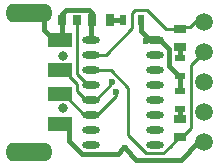
<source format=gtl>
G04*
G04 #@! TF.GenerationSoftware,Altium Limited,Altium Designer,20.0.13 (296)*
G04*
G04 Layer_Physical_Order=1*
G04 Layer_Color=255*
%FSLAX44Y44*%
%MOMM*%
G71*
G01*
G75*
%ADD13C,0.2540*%
%ADD17O,1.5000X0.6000*%
%ADD18R,2.0000X1.2000*%
%ADD19R,0.8000X0.9000*%
%ADD20R,0.7800X0.9800*%
%ADD21R,0.6000X0.9000*%
%ADD22R,0.9800X0.7800*%
%ADD23R,0.9000X0.6000*%
%ADD36C,0.3810*%
%ADD37C,1.5000*%
%ADD38O,4.0000X1.6000*%
%ADD39C,0.8000*%
%ADD40C,0.6000*%
D13*
X1039348Y622922D02*
X1054399Y607870D01*
X1039348Y622922D02*
Y663128D01*
X1054399Y607870D02*
X1069041D01*
X1024296Y678180D02*
X1039348Y663128D01*
X1092320Y682110D02*
X1103630Y693420D01*
X1084310Y621170D02*
X1092320Y629180D01*
X1083310Y621170D02*
X1084310D01*
X1092320Y629180D02*
Y682110D01*
X1069041Y607870D02*
X1074360Y613190D01*
Y613220D01*
X1007720Y678180D02*
X1024296D01*
X1074360Y613220D02*
X1082310Y621170D01*
X1083310D01*
X995680Y675191D02*
X1002801Y668070D01*
X995680Y719942D02*
X995830Y720092D01*
X995680Y675191D02*
Y719942D01*
X1007720Y690880D02*
X1008139Y691299D01*
X1042724Y726430D02*
X1045328Y729033D01*
X1020167Y691299D02*
X1042724Y713856D01*
X1008139Y691299D02*
X1020167D01*
X1055010Y729033D02*
X1071573Y712470D01*
X1042724Y713856D02*
Y726430D01*
X1071573Y712470D02*
X1083310D01*
X1045328Y729033D02*
X1055010D01*
X1083310Y712470D02*
X1085305Y714465D01*
X1091167D01*
X1095522Y718820D01*
X1098550D01*
X1011692Y652780D02*
X1024823Y665911D01*
Y667184D01*
X1025242Y667603D01*
X1029004Y659065D02*
Y659563D01*
X1003220Y652780D02*
X1011692D01*
X1002801Y666492D02*
Y668070D01*
X1003813Y665480D02*
X1007720D01*
X989135Y672756D02*
X995775Y666116D01*
Y660225D02*
Y666116D01*
X989135Y672756D02*
Y673765D01*
X1002801Y666492D02*
X1003813Y665480D01*
X985040Y677860D02*
X989135Y673765D01*
X1012639Y640499D02*
X1028585Y656445D01*
Y658646D01*
X1029004Y659065D01*
X976040Y677860D02*
X985040D01*
X995775Y660225D02*
X1003220Y652780D01*
X976040Y657460D02*
X985040D01*
X1002001Y640499D01*
X1012639D01*
D17*
X1061720Y614680D02*
D03*
Y627380D02*
D03*
Y640080D02*
D03*
Y652780D02*
D03*
Y665480D02*
D03*
Y678180D02*
D03*
Y690880D02*
D03*
Y703580D02*
D03*
X1007720Y614680D02*
D03*
Y627380D02*
D03*
Y640080D02*
D03*
Y652780D02*
D03*
Y665480D02*
D03*
Y678180D02*
D03*
Y690880D02*
D03*
Y703580D02*
D03*
D18*
X981040Y632060D02*
D03*
Y657460D02*
D03*
Y677860D02*
D03*
Y703260D02*
D03*
D19*
X995830Y720092D02*
D03*
X982830D02*
D03*
D20*
X1023480Y720090D02*
D03*
X1008380D02*
D03*
D21*
X1050169Y720088D02*
D03*
X1035170D02*
D03*
D22*
X1083310Y636270D02*
D03*
Y621170D02*
D03*
Y697370D02*
D03*
Y712470D02*
D03*
D23*
X1083308Y673221D02*
D03*
Y688220D02*
D03*
X1083312Y660279D02*
D03*
Y645280D02*
D03*
D36*
X1046165Y602155D02*
X1083485D01*
X1036180Y612140D02*
X1046165Y602155D01*
X1000136Y607235D02*
X1030145D01*
X989135Y618236D02*
X1000136Y607235D01*
X1030145D02*
X1035050Y612140D01*
X1083309Y697369D02*
X1083310Y697370D01*
X1083309Y688221D02*
Y697369D01*
X1083308Y688220D02*
X1083309Y688221D01*
X1073676Y681353D02*
Y696124D01*
X1061720Y703580D02*
X1066220D01*
X1073676Y681353D02*
X1081808Y673221D01*
X1066220Y703580D02*
X1073676Y696124D01*
X1081808Y673221D02*
X1083308D01*
X1083310Y660280D02*
X1083312Y660279D01*
X1083310Y660280D02*
Y673220D01*
X1083308Y673221D02*
X1083310Y673220D01*
X1082040Y636270D02*
X1083311Y637541D01*
Y645279D02*
X1083312Y645280D01*
X1083311Y637541D02*
Y645279D01*
X1082041D02*
X1082042Y645280D01*
X976040Y632060D02*
X985040D01*
X989135Y627965D01*
Y618236D02*
Y627965D01*
X1083485Y602155D02*
X1098550Y617220D01*
X1050169Y710880D02*
Y720088D01*
Y710880D02*
X1056760Y704289D01*
Y704289D02*
X1057469Y703580D01*
X1056760Y704289D02*
Y704289D01*
X1057469Y703580D02*
X1061720D01*
X1023480Y720090D02*
X1023481Y720089D01*
X1035169D01*
X1035170Y720088D01*
X1008050Y719760D02*
X1008380Y720090D01*
X1008050Y703910D02*
Y719760D01*
X1007720Y703580D02*
X1008050Y703910D01*
X1008380Y720090D02*
Y726440D01*
X982980Y720242D02*
Y725478D01*
X986538Y729037D01*
X1005783D01*
X1008380Y726440D01*
X982830Y720092D02*
X982980Y720242D01*
X976040Y703260D02*
X978735D01*
X982830Y707355D01*
Y720092D01*
X955040Y726160D02*
X962224D01*
X967855Y720529D01*
Y712445D02*
Y720529D01*
Y712445D02*
X976040Y704260D01*
Y703260D02*
Y704260D01*
D37*
X1103630Y693420D02*
D03*
Y642620D02*
D03*
Y617220D02*
D03*
Y668020D02*
D03*
Y718820D02*
D03*
D38*
X955040Y609160D02*
D03*
Y726160D02*
D03*
D39*
X984150Y645620D02*
D03*
X984220Y689610D02*
D03*
D40*
X1036180Y612140D02*
D03*
X1054043Y702408D02*
D03*
X1025242Y667603D02*
D03*
X1029004Y659563D02*
D03*
M02*

</source>
